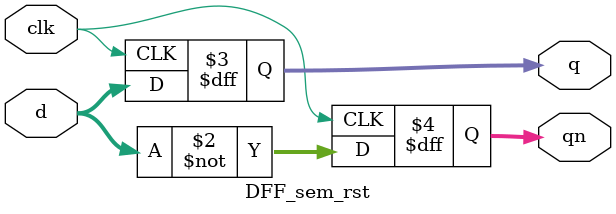
<source format=v>

module DFF_sem_rst(input [15:0]d, input clk, output reg [15:0]q, output reg [15:0] qn);
  
  always @ ( posedge clk) begin
    
      q <= d;
      qn <= ~d;
    
  end

endmodule


</source>
